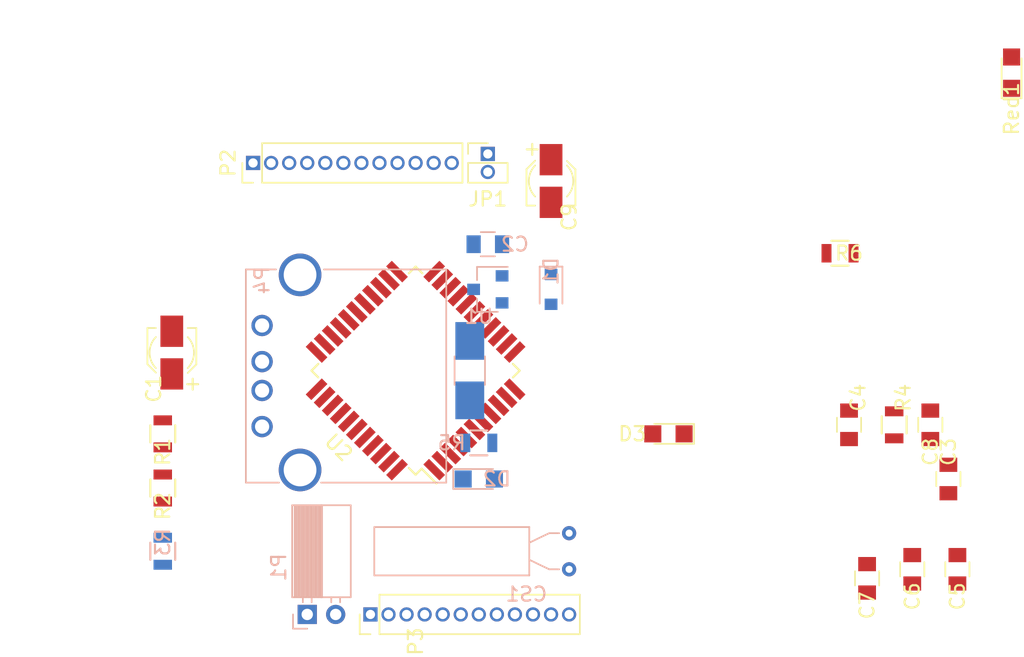
<source format=kicad_pcb>
(kicad_pcb (version 4) (host pcbnew 4.0.5)

  (general
    (links 78)
    (no_connects 78)
    (area 53.04643 32.86 132.125286 80.404333)
    (thickness 1.6)
    (drawings 8)
    (tracks 0)
    (zones 0)
    (modules 28)
    (nets 44)
  )

  (page A4)
  (layers
    (0 F.Cu signal)
    (31 B.Cu signal)
    (32 B.Adhes user)
    (33 F.Adhes user)
    (34 B.Paste user)
    (35 F.Paste user)
    (36 B.SilkS user)
    (37 F.SilkS user)
    (38 B.Mask user)
    (39 F.Mask user)
    (40 Dwgs.User user)
    (41 Cmts.User user)
    (42 Eco1.User user hide)
    (43 Eco2.User user)
    (44 Edge.Cuts user)
    (45 Margin user)
    (46 B.CrtYd user)
    (47 F.CrtYd user)
    (48 B.Fab user)
    (49 F.Fab user)
  )

  (setup
    (last_trace_width 0.006)
    (trace_clearance 0.006)
    (zone_clearance 0.508)
    (zone_45_only no)
    (trace_min 0.006)
    (segment_width 0.2)
    (edge_width 0.15)
    (via_size 0.0027)
    (via_drill 0.0013)
    (via_min_size 0.0027)
    (via_min_drill 0.0013)
    (uvia_size 0.003)
    (uvia_drill 0.002)
    (uvias_allowed no)
    (uvia_min_size 0.003)
    (uvia_min_drill 0.002)
    (pcb_text_width 0.3)
    (pcb_text_size 1.5 1.5)
    (mod_edge_width 0.15)
    (mod_text_size 1 1)
    (mod_text_width 0.15)
    (pad_size 1.524 1.524)
    (pad_drill 0.762)
    (pad_to_mask_clearance 0.2)
    (aux_axis_origin 0 0)
    (visible_elements FFFFEF7F)
    (pcbplotparams
      (layerselection 0x00030_80000001)
      (usegerberextensions false)
      (excludeedgelayer true)
      (linewidth 0.100000)
      (plotframeref false)
      (viasonmask false)
      (mode 1)
      (useauxorigin false)
      (hpglpennumber 1)
      (hpglpenspeed 20)
      (hpglpendiameter 15)
      (hpglpenoverlay 2)
      (psnegative false)
      (psa4output false)
      (plotreference true)
      (plotvalue true)
      (plotinvisibletext false)
      (padsonsilk false)
      (subtractmaskfromsilk false)
      (outputformat 1)
      (mirror false)
      (drillshape 1)
      (scaleselection 1)
      (outputdirectory ""))
  )

  (net 0 "")
  (net 1 GND)
  (net 2 /RAW)
  (net 3 VCC)
  (net 4 "Net-(C5-Pad1)")
  (net 5 "Net-(C6-Pad1)")
  (net 6 "Net-(C7-Pad1)")
  (net 7 "Net-(C8-Pad1)")
  (net 8 "Net-(D1-Pad2)")
  (net 9 "Net-(D2-Pad1)")
  (net 10 "Net-(D3-Pad1)")
  (net 11 /D9)
  (net 12 /D8)
  (net 13 /D7)
  (net 14 /D6)
  (net 15 /D5)
  (net 16 /D4)
  (net 17 /D3)
  (net 18 /D2)
  (net 19 /RXI)
  (net 20 /TX0)
  (net 21 "Net-(P3-Pad3)")
  (net 22 /A3)
  (net 23 /A2)
  (net 24 /A1)
  (net 25 /A0)
  (net 26 /SCK)
  (net 27 /MISO)
  (net 28 /MOSI)
  (net 29 /D10)
  (net 30 "Net-(P4-Pad3)")
  (net 31 "Net-(P4-Pad2)")
  (net 32 "Net-(R1-Pad2)")
  (net 33 /D+)
  (net 34 /D-)
  (net 35 "Net-(R4-Pad2)")
  (net 36 /D14)
  (net 37 "Net-(R6-Pad1)")
  (net 38 "Net-(U2-Pad12)")
  (net 39 "Net-(U2-Pad26)")
  (net 40 "Net-(U2-Pad32)")
  (net 41 "Net-(U2-Pad40)")
  (net 42 "Net-(U2-Pad41)")
  (net 43 /UVCC)

  (net_class Default "Esta é a classe de net default."
    (clearance 0.006)
    (trace_width 0.006)
    (via_dia 0.0027)
    (via_drill 0.0013)
    (uvia_dia 0.003)
    (uvia_drill 0.002)
    (add_net /A0)
    (add_net /A1)
    (add_net /A2)
    (add_net /A3)
    (add_net /D+)
    (add_net /D-)
    (add_net /D10)
    (add_net /D14)
    (add_net /D2)
    (add_net /D3)
    (add_net /D4)
    (add_net /D5)
    (add_net /D6)
    (add_net /D7)
    (add_net /D8)
    (add_net /D9)
    (add_net /MISO)
    (add_net /MOSI)
    (add_net /RAW)
    (add_net /RXI)
    (add_net /SCK)
    (add_net /TX0)
    (add_net /UVCC)
    (add_net "Net-(C5-Pad1)")
    (add_net "Net-(C6-Pad1)")
    (add_net "Net-(C7-Pad1)")
    (add_net "Net-(C8-Pad1)")
    (add_net "Net-(D1-Pad2)")
    (add_net "Net-(D2-Pad1)")
    (add_net "Net-(D3-Pad1)")
    (add_net "Net-(P3-Pad3)")
    (add_net "Net-(P4-Pad2)")
    (add_net "Net-(P4-Pad3)")
    (add_net "Net-(R1-Pad2)")
    (add_net "Net-(R4-Pad2)")
    (add_net "Net-(R6-Pad1)")
    (add_net "Net-(U2-Pad12)")
    (add_net "Net-(U2-Pad26)")
    (add_net "Net-(U2-Pad32)")
    (add_net "Net-(U2-Pad40)")
    (add_net "Net-(U2-Pad41)")
  )

  (net_class Power ""
    (clearance 0.006)
    (trace_width 0.01)
    (via_dia 0.034)
    (via_drill 0.02)
    (uvia_dia 0.03)
    (uvia_drill 0.02)
    (add_net GND)
    (add_net VCC)
  )

  (module Capacitors_SMD:CP_Elec_3x5.3 (layer F.Cu) (tedit 58A65AD9) (tstamp 58A64A24)
    (at 64.77 57.15 90)
    (descr "SMT capacitor, aluminium electrolytic, 3x5.3")
    (path /58A650FB)
    (attr smd)
    (fp_text reference C1 (at -2.54 -1.27 90) (layer F.SilkS)
      (effects (font (size 1 1) (thickness 0.15)))
    )
    (fp_text value 10uF (at -0.635 -1.27 90) (layer F.Fab) hide
      (effects (font (size 1 1) (thickness 0.15)))
    )
    (fp_line (start -1.5621 -0.7493) (end -1.5621 0.7747) (layer F.Fab) (width 0.1))
    (fp_line (start -0.7493 -1.5621) (end -1.5621 -0.7493) (layer F.Fab) (width 0.1))
    (fp_line (start -0.762 1.5748) (end -1.5621 0.7747) (layer F.Fab) (width 0.1))
    (fp_line (start 1.5748 1.5748) (end 1.5748 -1.5621) (layer F.Fab) (width 0.1))
    (fp_line (start 1.5621 1.5748) (end -0.762 1.5748) (layer F.Fab) (width 0.1))
    (fp_line (start 1.5748 -1.5621) (end -0.7493 -1.5621) (layer F.Fab) (width 0.1))
    (fp_line (start -0.8255 1.7272) (end -1.4351 1.1176) (layer F.SilkS) (width 0.12))
    (fp_line (start 1.7272 1.7272) (end 1.7272 1.1176) (layer F.SilkS) (width 0.12))
    (fp_line (start -0.8128 -1.7145) (end -1.4097 -1.1176) (layer F.SilkS) (width 0.12))
    (fp_line (start 1.7272 -1.7145) (end 1.7272 -1.1176) (layer F.SilkS) (width 0.12))
    (fp_text user + (at -0.9398 -0.0762 90) (layer F.Fab)
      (effects (font (size 1 1) (thickness 0.15)))
    )
    (fp_text user + (at -2.2225 1.397 90) (layer F.SilkS)
      (effects (font (size 1 1) (thickness 0.15)))
    )
    (fp_arc (start 0 0) (end -1.0922 -1.1176) (angle 88.7) (layer F.SilkS) (width 0.12))
    (fp_arc (start 0 0) (end 1.0922 1.1176) (angle 88.7) (layer F.SilkS) (width 0.12))
    (fp_line (start -2.8 2.05) (end 2.8 2.05) (layer F.CrtYd) (width 0.05))
    (fp_line (start 2.8 2.05) (end 2.8 -2.05) (layer F.CrtYd) (width 0.05))
    (fp_line (start 2.8 -2.05) (end -2.8 -2.05) (layer F.CrtYd) (width 0.05))
    (fp_line (start -2.8 -2.05) (end -2.8 2.05) (layer F.CrtYd) (width 0.05))
    (fp_line (start -0.8255 1.7272) (end 1.7145 1.7272) (layer F.SilkS) (width 0.12))
    (fp_line (start 1.7272 -1.7145) (end -0.8128 -1.7145) (layer F.SilkS) (width 0.12))
    (pad 2 smd rect (at 1.5 0 90) (size 2.2 1.6) (layers F.Cu F.Paste F.Mask)
      (net 1 GND))
    (pad 1 smd rect (at -1.5 0 90) (size 2.2 1.6) (layers F.Cu F.Paste F.Mask)
      (net 2 /RAW))
    (model Capacitors_SMD.3dshapes/CP_Elec_3x5.3.wrl
      (at (xyz 0 0 0))
      (scale (xyz 1 1 1))
      (rotate (xyz 0 0 180))
    )
  )

  (module Capacitors_SMD:C_0805 (layer B.Cu) (tedit 58A65A9C) (tstamp 58A64A2A)
    (at 86.995 49.53)
    (descr "Capacitor SMD 0805, reflow soldering, AVX (see smccp.pdf)")
    (tags "capacitor 0805")
    (path /58A35373)
    (attr smd)
    (fp_text reference C2 (at 1.905 0) (layer B.SilkS)
      (effects (font (size 1 1) (thickness 0.15)) (justify mirror))
    )
    (fp_text value 1uF (at 0 -2.1) (layer B.Fab) hide
      (effects (font (size 1 1) (thickness 0.15)) (justify mirror))
    )
    (fp_line (start -1 -0.625) (end -1 0.625) (layer B.Fab) (width 0.1))
    (fp_line (start 1 -0.625) (end -1 -0.625) (layer B.Fab) (width 0.1))
    (fp_line (start 1 0.625) (end 1 -0.625) (layer B.Fab) (width 0.1))
    (fp_line (start -1 0.625) (end 1 0.625) (layer B.Fab) (width 0.1))
    (fp_line (start -1.8 1) (end 1.8 1) (layer B.CrtYd) (width 0.05))
    (fp_line (start -1.8 -1) (end 1.8 -1) (layer B.CrtYd) (width 0.05))
    (fp_line (start -1.8 1) (end -1.8 -1) (layer B.CrtYd) (width 0.05))
    (fp_line (start 1.8 1) (end 1.8 -1) (layer B.CrtYd) (width 0.05))
    (fp_line (start 0.5 0.85) (end -0.5 0.85) (layer B.SilkS) (width 0.12))
    (fp_line (start -0.5 -0.85) (end 0.5 -0.85) (layer B.SilkS) (width 0.12))
    (pad 1 smd rect (at -1 0) (size 1 1.25) (layers B.Cu B.Paste B.Mask)
      (net 3 VCC))
    (pad 2 smd rect (at 1 0) (size 1 1.25) (layers B.Cu B.Paste B.Mask)
      (net 1 GND))
    (model Capacitors_SMD.3dshapes/C_0805.wrl
      (at (xyz 0 0 0))
      (scale (xyz 1 1 1))
      (rotate (xyz 0 0 0))
    )
  )

  (module Capacitors_SMD:C_0805 (layer F.Cu) (tedit 58A65AA8) (tstamp 58A64A30)
    (at 119.38 66.04 90)
    (descr "Capacitor SMD 0805, reflow soldering, AVX (see smccp.pdf)")
    (tags "capacitor 0805")
    (path /58A3539E)
    (attr smd)
    (fp_text reference C3 (at 1.905 0 90) (layer F.SilkS)
      (effects (font (size 1 1) (thickness 0.15)))
    )
    (fp_text value 0,1uF (at 0 2.1 90) (layer F.Fab) hide
      (effects (font (size 1 1) (thickness 0.15)))
    )
    (fp_line (start -1 0.625) (end -1 -0.625) (layer F.Fab) (width 0.1))
    (fp_line (start 1 0.625) (end -1 0.625) (layer F.Fab) (width 0.1))
    (fp_line (start 1 -0.625) (end 1 0.625) (layer F.Fab) (width 0.1))
    (fp_line (start -1 -0.625) (end 1 -0.625) (layer F.Fab) (width 0.1))
    (fp_line (start -1.8 -1) (end 1.8 -1) (layer F.CrtYd) (width 0.05))
    (fp_line (start -1.8 1) (end 1.8 1) (layer F.CrtYd) (width 0.05))
    (fp_line (start -1.8 -1) (end -1.8 1) (layer F.CrtYd) (width 0.05))
    (fp_line (start 1.8 -1) (end 1.8 1) (layer F.CrtYd) (width 0.05))
    (fp_line (start 0.5 -0.85) (end -0.5 -0.85) (layer F.SilkS) (width 0.12))
    (fp_line (start -0.5 0.85) (end 0.5 0.85) (layer F.SilkS) (width 0.12))
    (pad 1 smd rect (at -1 0 90) (size 1 1.25) (layers F.Cu F.Paste F.Mask)
      (net 3 VCC))
    (pad 2 smd rect (at 1 0 90) (size 1 1.25) (layers F.Cu F.Paste F.Mask)
      (net 1 GND))
    (model Capacitors_SMD.3dshapes/C_0805.wrl
      (at (xyz 0 0 0))
      (scale (xyz 1 1 1))
      (rotate (xyz 0 0 0))
    )
  )

  (module Capacitors_SMD:C_0805 (layer F.Cu) (tedit 58A65DA7) (tstamp 58A64A36)
    (at 112.395 62.23 90)
    (descr "Capacitor SMD 0805, reflow soldering, AVX (see smccp.pdf)")
    (tags "capacitor 0805")
    (path /58A3826B)
    (attr smd)
    (fp_text reference C4 (at 1.905 0.635 90) (layer F.SilkS)
      (effects (font (size 1 1) (thickness 0.15)))
    )
    (fp_text value 1uF (at 0 2.1 90) (layer F.Fab) hide
      (effects (font (size 1 1) (thickness 0.15)))
    )
    (fp_line (start -1 0.625) (end -1 -0.625) (layer F.Fab) (width 0.1))
    (fp_line (start 1 0.625) (end -1 0.625) (layer F.Fab) (width 0.1))
    (fp_line (start 1 -0.625) (end 1 0.625) (layer F.Fab) (width 0.1))
    (fp_line (start -1 -0.625) (end 1 -0.625) (layer F.Fab) (width 0.1))
    (fp_line (start -1.8 -1) (end 1.8 -1) (layer F.CrtYd) (width 0.05))
    (fp_line (start -1.8 1) (end 1.8 1) (layer F.CrtYd) (width 0.05))
    (fp_line (start -1.8 -1) (end -1.8 1) (layer F.CrtYd) (width 0.05))
    (fp_line (start 1.8 -1) (end 1.8 1) (layer F.CrtYd) (width 0.05))
    (fp_line (start 0.5 -0.85) (end -0.5 -0.85) (layer F.SilkS) (width 0.12))
    (fp_line (start -0.5 0.85) (end 0.5 0.85) (layer F.SilkS) (width 0.12))
    (pad 1 smd rect (at -1 0 90) (size 1 1.25) (layers F.Cu F.Paste F.Mask)
      (net 43 /UVCC))
    (pad 2 smd rect (at 1 0 90) (size 1 1.25) (layers F.Cu F.Paste F.Mask)
      (net 1 GND))
    (model Capacitors_SMD.3dshapes/C_0805.wrl
      (at (xyz 0 0 0))
      (scale (xyz 1 1 1))
      (rotate (xyz 0 0 0))
    )
  )

  (module Capacitors_SMD:C_0805 (layer F.Cu) (tedit 58A65A79) (tstamp 58A64A3C)
    (at 120.015 72.39 90)
    (descr "Capacitor SMD 0805, reflow soldering, AVX (see smccp.pdf)")
    (tags "capacitor 0805")
    (path /58A382EE)
    (attr smd)
    (fp_text reference C5 (at -1.905 0 90) (layer F.SilkS)
      (effects (font (size 1 1) (thickness 0.15)))
    )
    (fp_text value 1uF (at 0 2.1 90) (layer F.Fab) hide
      (effects (font (size 1 1) (thickness 0.15)))
    )
    (fp_line (start -1 0.625) (end -1 -0.625) (layer F.Fab) (width 0.1))
    (fp_line (start 1 0.625) (end -1 0.625) (layer F.Fab) (width 0.1))
    (fp_line (start 1 -0.625) (end 1 0.625) (layer F.Fab) (width 0.1))
    (fp_line (start -1 -0.625) (end 1 -0.625) (layer F.Fab) (width 0.1))
    (fp_line (start -1.8 -1) (end 1.8 -1) (layer F.CrtYd) (width 0.05))
    (fp_line (start -1.8 1) (end 1.8 1) (layer F.CrtYd) (width 0.05))
    (fp_line (start -1.8 -1) (end -1.8 1) (layer F.CrtYd) (width 0.05))
    (fp_line (start 1.8 -1) (end 1.8 1) (layer F.CrtYd) (width 0.05))
    (fp_line (start 0.5 -0.85) (end -0.5 -0.85) (layer F.SilkS) (width 0.12))
    (fp_line (start -0.5 0.85) (end 0.5 0.85) (layer F.SilkS) (width 0.12))
    (pad 1 smd rect (at -1 0 90) (size 1 1.25) (layers F.Cu F.Paste F.Mask)
      (net 4 "Net-(C5-Pad1)"))
    (pad 2 smd rect (at 1 0 90) (size 1 1.25) (layers F.Cu F.Paste F.Mask)
      (net 1 GND))
    (model Capacitors_SMD.3dshapes/C_0805.wrl
      (at (xyz 0 0 0))
      (scale (xyz 1 1 1))
      (rotate (xyz 0 0 0))
    )
  )

  (module Capacitors_SMD:C_0805 (layer F.Cu) (tedit 58A65A7D) (tstamp 58A64A42)
    (at 116.84 72.39 90)
    (descr "Capacitor SMD 0805, reflow soldering, AVX (see smccp.pdf)")
    (tags "capacitor 0805")
    (path /58A3820C)
    (attr smd)
    (fp_text reference C6 (at -1.905 0 90) (layer F.SilkS)
      (effects (font (size 1 1) (thickness 0.15)))
    )
    (fp_text value 0,1uF (at 0 2.1 90) (layer F.Fab) hide
      (effects (font (size 1 1) (thickness 0.15)))
    )
    (fp_line (start -1 0.625) (end -1 -0.625) (layer F.Fab) (width 0.1))
    (fp_line (start 1 0.625) (end -1 0.625) (layer F.Fab) (width 0.1))
    (fp_line (start 1 -0.625) (end 1 0.625) (layer F.Fab) (width 0.1))
    (fp_line (start -1 -0.625) (end 1 -0.625) (layer F.Fab) (width 0.1))
    (fp_line (start -1.8 -1) (end 1.8 -1) (layer F.CrtYd) (width 0.05))
    (fp_line (start -1.8 1) (end 1.8 1) (layer F.CrtYd) (width 0.05))
    (fp_line (start -1.8 -1) (end -1.8 1) (layer F.CrtYd) (width 0.05))
    (fp_line (start 1.8 -1) (end 1.8 1) (layer F.CrtYd) (width 0.05))
    (fp_line (start 0.5 -0.85) (end -0.5 -0.85) (layer F.SilkS) (width 0.12))
    (fp_line (start -0.5 0.85) (end 0.5 0.85) (layer F.SilkS) (width 0.12))
    (pad 1 smd rect (at -1 0 90) (size 1 1.25) (layers F.Cu F.Paste F.Mask)
      (net 5 "Net-(C6-Pad1)"))
    (pad 2 smd rect (at 1 0 90) (size 1 1.25) (layers F.Cu F.Paste F.Mask)
      (net 1 GND))
    (model Capacitors_SMD.3dshapes/C_0805.wrl
      (at (xyz 0 0 0))
      (scale (xyz 1 1 1))
      (rotate (xyz 0 0 0))
    )
  )

  (module Capacitors_SMD:C_0805 (layer F.Cu) (tedit 58A65A81) (tstamp 58A64A48)
    (at 113.665 73.025 90)
    (descr "Capacitor SMD 0805, reflow soldering, AVX (see smccp.pdf)")
    (tags "capacitor 0805")
    (path /58A38342)
    (attr smd)
    (fp_text reference C7 (at -1.905 0 90) (layer F.SilkS)
      (effects (font (size 1 1) (thickness 0.15)))
    )
    (fp_text value 22pF (at 0 2.1 90) (layer F.Fab) hide
      (effects (font (size 1 1) (thickness 0.15)))
    )
    (fp_line (start -1 0.625) (end -1 -0.625) (layer F.Fab) (width 0.1))
    (fp_line (start 1 0.625) (end -1 0.625) (layer F.Fab) (width 0.1))
    (fp_line (start 1 -0.625) (end 1 0.625) (layer F.Fab) (width 0.1))
    (fp_line (start -1 -0.625) (end 1 -0.625) (layer F.Fab) (width 0.1))
    (fp_line (start -1.8 -1) (end 1.8 -1) (layer F.CrtYd) (width 0.05))
    (fp_line (start -1.8 1) (end 1.8 1) (layer F.CrtYd) (width 0.05))
    (fp_line (start -1.8 -1) (end -1.8 1) (layer F.CrtYd) (width 0.05))
    (fp_line (start 1.8 -1) (end 1.8 1) (layer F.CrtYd) (width 0.05))
    (fp_line (start 0.5 -0.85) (end -0.5 -0.85) (layer F.SilkS) (width 0.12))
    (fp_line (start -0.5 0.85) (end 0.5 0.85) (layer F.SilkS) (width 0.12))
    (pad 1 smd rect (at -1 0 90) (size 1 1.25) (layers F.Cu F.Paste F.Mask)
      (net 6 "Net-(C7-Pad1)"))
    (pad 2 smd rect (at 1 0 90) (size 1 1.25) (layers F.Cu F.Paste F.Mask)
      (net 1 GND))
    (model Capacitors_SMD.3dshapes/C_0805.wrl
      (at (xyz 0 0 0))
      (scale (xyz 1 1 1))
      (rotate (xyz 0 0 0))
    )
  )

  (module Capacitors_SMD:C_0805 (layer F.Cu) (tedit 58A65A85) (tstamp 58A64A4E)
    (at 118.11 62.23 90)
    (descr "Capacitor SMD 0805, reflow soldering, AVX (see smccp.pdf)")
    (tags "capacitor 0805")
    (path /58A38388)
    (attr smd)
    (fp_text reference C8 (at -1.905 0 90) (layer F.SilkS)
      (effects (font (size 1 1) (thickness 0.15)))
    )
    (fp_text value 22pF (at 0 2.1 90) (layer F.Fab) hide
      (effects (font (size 1 1) (thickness 0.15)))
    )
    (fp_line (start -1 0.625) (end -1 -0.625) (layer F.Fab) (width 0.1))
    (fp_line (start 1 0.625) (end -1 0.625) (layer F.Fab) (width 0.1))
    (fp_line (start 1 -0.625) (end 1 0.625) (layer F.Fab) (width 0.1))
    (fp_line (start -1 -0.625) (end 1 -0.625) (layer F.Fab) (width 0.1))
    (fp_line (start -1.8 -1) (end 1.8 -1) (layer F.CrtYd) (width 0.05))
    (fp_line (start -1.8 1) (end 1.8 1) (layer F.CrtYd) (width 0.05))
    (fp_line (start -1.8 -1) (end -1.8 1) (layer F.CrtYd) (width 0.05))
    (fp_line (start 1.8 -1) (end 1.8 1) (layer F.CrtYd) (width 0.05))
    (fp_line (start 0.5 -0.85) (end -0.5 -0.85) (layer F.SilkS) (width 0.12))
    (fp_line (start -0.5 0.85) (end 0.5 0.85) (layer F.SilkS) (width 0.12))
    (pad 1 smd rect (at -1 0 90) (size 1 1.25) (layers F.Cu F.Paste F.Mask)
      (net 7 "Net-(C8-Pad1)"))
    (pad 2 smd rect (at 1 0 90) (size 1 1.25) (layers F.Cu F.Paste F.Mask)
      (net 1 GND))
    (model Capacitors_SMD.3dshapes/C_0805.wrl
      (at (xyz 0 0 0))
      (scale (xyz 1 1 1))
      (rotate (xyz 0 0 0))
    )
  )

  (module Capacitors_SMD:CP_Elec_3x5.3 (layer F.Cu) (tedit 58A67075) (tstamp 58A64A54)
    (at 91.44 45.085 270)
    (descr "SMT capacitor, aluminium electrolytic, 3x5.3")
    (path /58A6554E)
    (attr smd)
    (fp_text reference C9 (at 2.54 -1.27 270) (layer F.SilkS)
      (effects (font (size 1 1) (thickness 0.15)))
    )
    (fp_text value 10uF (at -0.0254 -2.8956 270) (layer F.Fab) hide
      (effects (font (size 1 1) (thickness 0.15)))
    )
    (fp_line (start -1.5621 -0.7493) (end -1.5621 0.7747) (layer F.Fab) (width 0.1))
    (fp_line (start -0.7493 -1.5621) (end -1.5621 -0.7493) (layer F.Fab) (width 0.1))
    (fp_line (start -0.762 1.5748) (end -1.5621 0.7747) (layer F.Fab) (width 0.1))
    (fp_line (start 1.5748 1.5748) (end 1.5748 -1.5621) (layer F.Fab) (width 0.1))
    (fp_line (start 1.5621 1.5748) (end -0.762 1.5748) (layer F.Fab) (width 0.1))
    (fp_line (start 1.5748 -1.5621) (end -0.7493 -1.5621) (layer F.Fab) (width 0.1))
    (fp_line (start -0.8255 1.7272) (end -1.4351 1.1176) (layer F.SilkS) (width 0.12))
    (fp_line (start 1.7272 1.7272) (end 1.7272 1.1176) (layer F.SilkS) (width 0.12))
    (fp_line (start -0.8128 -1.7145) (end -1.4097 -1.1176) (layer F.SilkS) (width 0.12))
    (fp_line (start 1.7272 -1.7145) (end 1.7272 -1.1176) (layer F.SilkS) (width 0.12))
    (fp_text user + (at -0.9398 -0.0762 270) (layer F.Fab)
      (effects (font (size 1 1) (thickness 0.15)))
    )
    (fp_text user + (at -2.2225 1.397 270) (layer F.SilkS)
      (effects (font (size 1 1) (thickness 0.15)))
    )
    (fp_arc (start 0 0) (end -1.0922 -1.1176) (angle 88.7) (layer F.SilkS) (width 0.12))
    (fp_arc (start 0 0) (end 1.0922 1.1176) (angle 88.7) (layer F.SilkS) (width 0.12))
    (fp_line (start -2.8 2.05) (end 2.8 2.05) (layer F.CrtYd) (width 0.05))
    (fp_line (start 2.8 2.05) (end 2.8 -2.05) (layer F.CrtYd) (width 0.05))
    (fp_line (start 2.8 -2.05) (end -2.8 -2.05) (layer F.CrtYd) (width 0.05))
    (fp_line (start -2.8 -2.05) (end -2.8 2.05) (layer F.CrtYd) (width 0.05))
    (fp_line (start -0.8255 1.7272) (end 1.7145 1.7272) (layer F.SilkS) (width 0.12))
    (fp_line (start 1.7272 -1.7145) (end -0.8128 -1.7145) (layer F.SilkS) (width 0.12))
    (pad 2 smd rect (at 1.5 0 270) (size 2.2 1.6) (layers F.Cu F.Paste F.Mask)
      (net 1 GND))
    (pad 1 smd rect (at -1.5 0 270) (size 2.2 1.6) (layers F.Cu F.Paste F.Mask)
      (net 3 VCC))
    (model Capacitors_SMD.3dshapes/CP_Elec_3x5.3.wrl
      (at (xyz 0 0 0))
      (scale (xyz 1 1 1))
      (rotate (xyz 0 0 180))
    )
  )

  (module Crystals:Crystal_AT310_d3.0mm_l10.0mm_Horizontal (layer B.Cu) (tedit 58A65E99) (tstamp 58A64A5A)
    (at 92.71 72.39 90)
    (descr "Crystal THT AT310 10.0mm-10.5mm length 3.0mm diameter")
    (tags ['AT310'])
    (path /58A4D9C0)
    (fp_text reference CS1 (at -1.75 -3 360) (layer B.SilkS)
      (effects (font (size 1 1) (thickness 0.15)) (justify mirror))
    )
    (fp_text value 16MHz (at 4.29 -3 360) (layer B.Fab) hide
      (effects (font (size 1 1) (thickness 0.15)) (justify mirror))
    )
    (fp_line (start -0.23 -3) (end -0.23 -13.5) (layer B.Fab) (width 0.1))
    (fp_line (start -0.23 -13.5) (end 2.77 -13.5) (layer B.Fab) (width 0.1))
    (fp_line (start 2.77 -13.5) (end 2.77 -3) (layer B.Fab) (width 0.1))
    (fp_line (start 2.77 -3) (end -0.23 -3) (layer B.Fab) (width 0.1))
    (fp_line (start 0.67 -3) (end 0 -1.5) (layer B.Fab) (width 0.1))
    (fp_line (start 0 -1.5) (end 0 0) (layer B.Fab) (width 0.1))
    (fp_line (start 1.87 -3) (end 2.54 -1.5) (layer B.Fab) (width 0.1))
    (fp_line (start 2.54 -1.5) (end 2.54 0) (layer B.Fab) (width 0.1))
    (fp_line (start -0.43 -2.8) (end -0.43 -13.7) (layer B.SilkS) (width 0.12))
    (fp_line (start -0.43 -13.7) (end 2.97 -13.7) (layer B.SilkS) (width 0.12))
    (fp_line (start 2.97 -13.7) (end 2.97 -2.8) (layer B.SilkS) (width 0.12))
    (fp_line (start 2.97 -2.8) (end -0.43 -2.8) (layer B.SilkS) (width 0.12))
    (fp_line (start 0.67 -2.8) (end 0 -1.4) (layer B.SilkS) (width 0.12))
    (fp_line (start 0 -1.4) (end 0 -0.7) (layer B.SilkS) (width 0.12))
    (fp_line (start 1.87 -2.8) (end 2.54 -1.4) (layer B.SilkS) (width 0.12))
    (fp_line (start 2.54 -1.4) (end 2.54 -0.7) (layer B.SilkS) (width 0.12))
    (fp_line (start -1 0.8) (end -1 -14.3) (layer B.CrtYd) (width 0.05))
    (fp_line (start -1 -14.3) (end 3.6 -14.3) (layer B.CrtYd) (width 0.05))
    (fp_line (start 3.6 -14.3) (end 3.6 0.8) (layer B.CrtYd) (width 0.05))
    (fp_line (start 3.6 0.8) (end -1 0.8) (layer B.CrtYd) (width 0.05))
    (pad 1 thru_hole circle (at 0 0 90) (size 1 1) (drill 0.5) (layers *.Cu *.Mask)
      (net 6 "Net-(C7-Pad1)"))
    (pad 2 thru_hole circle (at 2.54 0 90) (size 1 1) (drill 0.5) (layers *.Cu *.Mask)
      (net 7 "Net-(C8-Pad1)"))
    (model Crystals.3dshapes/Crystal_AT310_d3.0mm_l10.0mm_Horizontal.wrl
      (at (xyz 0.05 0 0))
      (scale (xyz 1 1 1))
      (rotate (xyz 0 0 0))
    )
  )

  (module Diodes_SMD:D_0805 (layer B.Cu) (tedit 58A65C19) (tstamp 58A64A60)
    (at 91.44 52.705 270)
    (descr "Diode SMD in 0805 package")
    (tags "smd diode")
    (path /58A357BA)
    (attr smd)
    (fp_text reference D1 (at -1.27 0 270) (layer B.SilkS)
      (effects (font (size 1 1) (thickness 0.15)) (justify mirror))
    )
    (fp_text value D (at 0 1.6 270) (layer B.Fab) hide
      (effects (font (size 1 1) (thickness 0.15)) (justify mirror))
    )
    (fp_line (start -1.6 0.8) (end -1.6 -0.8) (layer B.SilkS) (width 0.12))
    (fp_line (start -1.7 -0.88) (end -1.7 0.88) (layer B.CrtYd) (width 0.05))
    (fp_line (start 1.7 -0.88) (end -1.7 -0.88) (layer B.CrtYd) (width 0.05))
    (fp_line (start 1.7 0.88) (end 1.7 -0.88) (layer B.CrtYd) (width 0.05))
    (fp_line (start -1.7 0.88) (end 1.7 0.88) (layer B.CrtYd) (width 0.05))
    (fp_line (start 0.2 0) (end 0.4 0) (layer B.Fab) (width 0.1))
    (fp_line (start -0.1 0) (end -0.3 0) (layer B.Fab) (width 0.1))
    (fp_line (start -0.1 0.2) (end -0.1 -0.2) (layer B.Fab) (width 0.1))
    (fp_line (start 0.2 -0.2) (end 0.2 0.2) (layer B.Fab) (width 0.1))
    (fp_line (start -0.1 0) (end 0.2 -0.2) (layer B.Fab) (width 0.1))
    (fp_line (start 0.2 0.2) (end -0.1 0) (layer B.Fab) (width 0.1))
    (fp_line (start -1 -0.625) (end -1 0.625) (layer B.Fab) (width 0.1))
    (fp_line (start 1 -0.625) (end -1 -0.625) (layer B.Fab) (width 0.1))
    (fp_line (start 1 0.625) (end 1 -0.625) (layer B.Fab) (width 0.1))
    (fp_line (start -1 0.625) (end 1 0.625) (layer B.Fab) (width 0.1))
    (fp_line (start -1.6 -0.8) (end 1 -0.8) (layer B.SilkS) (width 0.12))
    (fp_line (start -1.6 0.8) (end 1 0.8) (layer B.SilkS) (width 0.12))
    (pad 1 smd rect (at -1.05 0 270) (size 0.8 0.9) (layers B.Cu B.Paste B.Mask)
      (net 2 /RAW))
    (pad 2 smd rect (at 1.05 0 270) (size 0.8 0.9) (layers B.Cu B.Paste B.Mask)
      (net 8 "Net-(D1-Pad2)"))
  )

  (module LEDs:LED_0805 (layer B.Cu) (tedit 58A65C0F) (tstamp 58A64A66)
    (at 86.36 66.04)
    (descr "LED 0805 smd package")
    (tags "LED led 0805 SMD smd SMT smt smdled SMDLED smtled SMTLED")
    (path /58A393A0)
    (attr smd)
    (fp_text reference D2 (at 1.27 0) (layer B.SilkS)
      (effects (font (size 1 1) (thickness 0.15)) (justify mirror))
    )
    (fp_text value Yellow (at 0 -1.55) (layer B.Fab) hide
      (effects (font (size 1 1) (thickness 0.15)) (justify mirror))
    )
    (fp_line (start -1.8 0.7) (end -1.8 -0.7) (layer B.SilkS) (width 0.12))
    (fp_line (start -0.4 0.4) (end -0.4 -0.4) (layer B.Fab) (width 0.1))
    (fp_line (start -0.4 0) (end 0.2 0.4) (layer B.Fab) (width 0.1))
    (fp_line (start 0.2 -0.4) (end -0.4 0) (layer B.Fab) (width 0.1))
    (fp_line (start 0.2 0.4) (end 0.2 -0.4) (layer B.Fab) (width 0.1))
    (fp_line (start 1 -0.6) (end -1 -0.6) (layer B.Fab) (width 0.1))
    (fp_line (start 1 0.6) (end 1 -0.6) (layer B.Fab) (width 0.1))
    (fp_line (start -1 0.6) (end 1 0.6) (layer B.Fab) (width 0.1))
    (fp_line (start -1 -0.6) (end -1 0.6) (layer B.Fab) (width 0.1))
    (fp_line (start -1.8 -0.7) (end 1 -0.7) (layer B.SilkS) (width 0.12))
    (fp_line (start -1.8 0.7) (end 1 0.7) (layer B.SilkS) (width 0.12))
    (fp_line (start 1.95 0.85) (end 1.95 -0.85) (layer B.CrtYd) (width 0.05))
    (fp_line (start 1.95 -0.85) (end -1.95 -0.85) (layer B.CrtYd) (width 0.05))
    (fp_line (start -1.95 -0.85) (end -1.95 0.85) (layer B.CrtYd) (width 0.05))
    (fp_line (start -1.95 0.85) (end 1.95 0.85) (layer B.CrtYd) (width 0.05))
    (pad 2 smd rect (at 1.1 0 180) (size 1.2 1.2) (layers B.Cu B.Paste B.Mask)
      (net 3 VCC))
    (pad 1 smd rect (at -1.1 0 180) (size 1.2 1.2) (layers B.Cu B.Paste B.Mask)
      (net 9 "Net-(D2-Pad1)"))
    (model LEDs.3dshapes/LED_0805.wrl
      (at (xyz 0 0 0))
      (scale (xyz 1 1 1))
      (rotate (xyz 0 0 180))
    )
  )

  (module LEDs:LED_0805 (layer F.Cu) (tedit 58A658C6) (tstamp 58A64A6C)
    (at 99.695 62.865 180)
    (descr "LED 0805 smd package")
    (tags "LED led 0805 SMD smd SMT smt smdled SMDLED smtled SMTLED")
    (path /58A39304)
    (attr smd)
    (fp_text reference D3 (at 2.54 0 180) (layer F.SilkS)
      (effects (font (size 1 1) (thickness 0.15)))
    )
    (fp_text value Green (at 0 1.55 180) (layer F.Fab) hide
      (effects (font (size 1 1) (thickness 0.15)))
    )
    (fp_line (start -1.8 -0.7) (end -1.8 0.7) (layer F.SilkS) (width 0.12))
    (fp_line (start -0.4 -0.4) (end -0.4 0.4) (layer F.Fab) (width 0.1))
    (fp_line (start -0.4 0) (end 0.2 -0.4) (layer F.Fab) (width 0.1))
    (fp_line (start 0.2 0.4) (end -0.4 0) (layer F.Fab) (width 0.1))
    (fp_line (start 0.2 -0.4) (end 0.2 0.4) (layer F.Fab) (width 0.1))
    (fp_line (start 1 0.6) (end -1 0.6) (layer F.Fab) (width 0.1))
    (fp_line (start 1 -0.6) (end 1 0.6) (layer F.Fab) (width 0.1))
    (fp_line (start -1 -0.6) (end 1 -0.6) (layer F.Fab) (width 0.1))
    (fp_line (start -1 0.6) (end -1 -0.6) (layer F.Fab) (width 0.1))
    (fp_line (start -1.8 0.7) (end 1 0.7) (layer F.SilkS) (width 0.12))
    (fp_line (start -1.8 -0.7) (end 1 -0.7) (layer F.SilkS) (width 0.12))
    (fp_line (start 1.95 -0.85) (end 1.95 0.85) (layer F.CrtYd) (width 0.05))
    (fp_line (start 1.95 0.85) (end -1.95 0.85) (layer F.CrtYd) (width 0.05))
    (fp_line (start -1.95 0.85) (end -1.95 -0.85) (layer F.CrtYd) (width 0.05))
    (fp_line (start -1.95 -0.85) (end 1.95 -0.85) (layer F.CrtYd) (width 0.05))
    (pad 2 smd rect (at 1.1 0) (size 1.2 1.2) (layers F.Cu F.Paste F.Mask)
      (net 3 VCC))
    (pad 1 smd rect (at -1.1 0) (size 1.2 1.2) (layers F.Cu F.Paste F.Mask)
      (net 10 "Net-(D3-Pad1)"))
    (model LEDs.3dshapes/LED_0805.wrl
      (at (xyz 0 0 0))
      (scale (xyz 1 1 1))
      (rotate (xyz 0 0 180))
    )
  )

  (module Fuse_Holders_and_Fuses:Fuse_SMD1206_HandSoldering (layer B.Cu) (tedit 58A65C67) (tstamp 58A64A72)
    (at 85.725 58.42 90)
    (descr "Fuse, Sicherung, SMD1206, Littlefuse-Wickmann 433 Series, Hand Soldering,")
    (tags "Fuse Sicherung SMD1206 Littlefuse-Wickmann 433 Series Hand Soldering ")
    (path /58A3C250)
    (attr smd)
    (fp_text reference Fuse1 (at -0.05 2.2 90) (layer B.SilkS) hide
      (effects (font (size 1 1) (thickness 0.15)) (justify mirror))
    )
    (fp_text value 500mA (at -0.15 -2.5 90) (layer B.Fab)
      (effects (font (size 1 1) (thickness 0.15)) (justify mirror))
    )
    (fp_line (start -1.6 -0.8) (end -1.6 0.8) (layer B.Fab) (width 0.1))
    (fp_line (start 1.6 -0.8) (end -1.6 -0.8) (layer B.Fab) (width 0.1))
    (fp_line (start 1.6 0.8) (end 1.6 -0.8) (layer B.Fab) (width 0.1))
    (fp_line (start -1.6 0.8) (end 1.6 0.8) (layer B.Fab) (width 0.1))
    (fp_line (start 1 -1.07) (end -1 -1.07) (layer B.SilkS) (width 0.12))
    (fp_line (start -1 1.07) (end 1 1.07) (layer B.SilkS) (width 0.12))
    (fp_line (start -3.35 1.58) (end 3.35 1.58) (layer B.CrtYd) (width 0.05))
    (fp_line (start -3.35 1.58) (end -3.35 -1.58) (layer B.CrtYd) (width 0.05))
    (fp_line (start 3.35 -1.58) (end 3.35 1.58) (layer B.CrtYd) (width 0.05))
    (fp_line (start 3.35 -1.58) (end -3.35 -1.58) (layer B.CrtYd) (width 0.05))
    (pad 1 smd rect (at -2.09 0) (size 2.03 2.65) (layers B.Cu B.Paste B.Mask)
      (net 43 /UVCC))
    (pad 2 smd rect (at 2.09 0) (size 2.03 2.65) (layers B.Cu B.Paste B.Mask)
      (net 8 "Net-(D1-Pad2)"))
  )

  (module Pin_Headers:Pin_Header_Straight_1x02_Pitch1.27mm (layer F.Cu) (tedit 58A65C1D) (tstamp 58A64A78)
    (at 86.995 43.18)
    (descr "Through hole straight pin header, 1x02, 1.27mm pitch, single row")
    (tags "Through hole pin header THT 1x02 1.27mm single row")
    (path /58A35537)
    (fp_text reference JP1 (at 0 3.175) (layer F.SilkS)
      (effects (font (size 1 1) (thickness 0.15)))
    )
    (fp_text value Jumper (at 0 3.025) (layer F.Fab) hide
      (effects (font (size 1 1) (thickness 0.15)))
    )
    (fp_line (start -1.27 -0.635) (end -1.27 1.905) (layer F.Fab) (width 0.1))
    (fp_line (start -1.27 1.905) (end 1.27 1.905) (layer F.Fab) (width 0.1))
    (fp_line (start 1.27 1.905) (end 1.27 -0.635) (layer F.Fab) (width 0.1))
    (fp_line (start 1.27 -0.635) (end -1.27 -0.635) (layer F.Fab) (width 0.1))
    (fp_line (start -1.39 0.635) (end -1.39 2.025) (layer F.SilkS) (width 0.12))
    (fp_line (start -1.39 2.025) (end 1.39 2.025) (layer F.SilkS) (width 0.12))
    (fp_line (start 1.39 2.025) (end 1.39 0.635) (layer F.SilkS) (width 0.12))
    (fp_line (start 1.39 0.635) (end -1.39 0.635) (layer F.SilkS) (width 0.12))
    (fp_line (start -1.39 0) (end -1.39 -0.755) (layer F.SilkS) (width 0.12))
    (fp_line (start -1.39 -0.755) (end 0 -0.755) (layer F.SilkS) (width 0.12))
    (fp_line (start -1.6 -0.9) (end -1.6 2.2) (layer F.CrtYd) (width 0.05))
    (fp_line (start -1.6 2.2) (end 1.6 2.2) (layer F.CrtYd) (width 0.05))
    (fp_line (start 1.6 2.2) (end 1.6 -0.9) (layer F.CrtYd) (width 0.05))
    (fp_line (start 1.6 -0.9) (end -1.6 -0.9) (layer F.CrtYd) (width 0.05))
    (pad 1 thru_hole rect (at 0 0) (size 1 1) (drill 0.65) (layers *.Cu *.Mask)
      (net 8 "Net-(D1-Pad2)"))
    (pad 2 thru_hole oval (at 0 1.27) (size 1 1) (drill 0.65) (layers *.Cu *.Mask)
      (net 3 VCC))
    (model Pin_Headers.3dshapes/Pin_Header_Straight_1x02_Pitch1.27mm.wrl
      (at (xyz 0 0 0))
      (scale (xyz 1 1 1))
      (rotate (xyz 0 0 0))
    )
  )

  (module Socket_Strips:Socket_Strip_Angled_1x02_Pitch2.00mm (layer B.Cu) (tedit 58A65EA5) (tstamp 58A64A7E)
    (at 74.295 75.565 270)
    (descr "Through hole angled socket strip, 1x02, 2.00mm pitch, 6.35mm socket length, single row")
    (tags "Through hole angled socket strip THT 1x02 2.00mm single row")
    (path /58A63E9D)
    (fp_text reference P1 (at -3.31 2 270) (layer B.SilkS)
      (effects (font (size 1 1) (thickness 0.15)) (justify mirror))
    )
    (fp_text value CONN_01X02 (at -3.31 -4 270) (layer B.Fab) hide
      (effects (font (size 1 1) (thickness 0.15)) (justify mirror))
    )
    (fp_line (start -1.27 1) (end -1.27 -1) (layer B.Fab) (width 0.1))
    (fp_line (start -1.27 -1) (end -7.62 -1) (layer B.Fab) (width 0.1))
    (fp_line (start -7.62 -1) (end -7.62 1) (layer B.Fab) (width 0.1))
    (fp_line (start -7.62 1) (end -1.27 1) (layer B.Fab) (width 0.1))
    (fp_line (start 0 0.25) (end 0 -0.25) (layer B.Fab) (width 0.1))
    (fp_line (start 0 -0.25) (end -1.27 -0.25) (layer B.Fab) (width 0.1))
    (fp_line (start -1.27 -0.25) (end -1.27 0.25) (layer B.Fab) (width 0.1))
    (fp_line (start -1.27 0.25) (end 0 0.25) (layer B.Fab) (width 0.1))
    (fp_line (start -1.27 -1) (end -1.27 -3) (layer B.Fab) (width 0.1))
    (fp_line (start -1.27 -3) (end -7.62 -3) (layer B.Fab) (width 0.1))
    (fp_line (start -7.62 -3) (end -7.62 -1) (layer B.Fab) (width 0.1))
    (fp_line (start -7.62 -1) (end -1.27 -1) (layer B.Fab) (width 0.1))
    (fp_line (start 0 -1.75) (end 0 -2.25) (layer B.Fab) (width 0.1))
    (fp_line (start 0 -2.25) (end -1.27 -2.25) (layer B.Fab) (width 0.1))
    (fp_line (start -1.27 -2.25) (end -1.27 -1.75) (layer B.Fab) (width 0.1))
    (fp_line (start -1.27 -1.75) (end 0 -1.75) (layer B.Fab) (width 0.1))
    (fp_line (start -1.21 1.06) (end -1.21 -1) (layer B.SilkS) (width 0.12))
    (fp_line (start -1.21 -1) (end -7.68 -1) (layer B.SilkS) (width 0.12))
    (fp_line (start -7.68 -1) (end -7.68 1.06) (layer B.SilkS) (width 0.12))
    (fp_line (start -7.68 1.06) (end -1.21 1.06) (layer B.SilkS) (width 0.12))
    (fp_line (start -0.855 0.31) (end -1.21 0.31) (layer B.SilkS) (width 0.12))
    (fp_line (start -0.855 -0.31) (end -1.21 -0.31) (layer B.SilkS) (width 0.12))
    (fp_line (start -1.21 0.88) (end -7.68 0.88) (layer B.SilkS) (width 0.12))
    (fp_line (start -1.21 0.76) (end -7.68 0.76) (layer B.SilkS) (width 0.12))
    (fp_line (start -1.21 0.64) (end -7.68 0.64) (layer B.SilkS) (width 0.12))
    (fp_line (start -1.21 0.52) (end -7.68 0.52) (layer B.SilkS) (width 0.12))
    (fp_line (start -1.21 0.4) (end -7.68 0.4) (layer B.SilkS) (width 0.12))
    (fp_line (start -1.21 0.28) (end -7.68 0.28) (layer B.SilkS) (width 0.12))
    (fp_line (start -1.21 0.16) (end -7.68 0.16) (layer B.SilkS) (width 0.12))
    (fp_line (start -1.21 0.04) (end -7.68 0.04) (layer B.SilkS) (width 0.12))
    (fp_line (start -1.21 -0.08) (end -7.68 -0.08) (layer B.SilkS) (width 0.12))
    (fp_line (start -1.21 -0.2) (end -7.68 -0.2) (layer B.SilkS) (width 0.12))
    (fp_line (start -1.21 -0.32) (end -7.68 -0.32) (layer B.SilkS) (width 0.12))
    (fp_line (start -1.21 -0.44) (end -7.68 -0.44) (layer B.SilkS) (width 0.12))
    (fp_line (start -1.21 -0.56) (end -7.68 -0.56) (layer B.SilkS) (width 0.12))
    (fp_line (start -1.21 -0.68) (end -7.68 -0.68) (layer B.SilkS) (width 0.12))
    (fp_line (start -1.21 -0.8) (end -7.68 -0.8) (layer B.SilkS) (width 0.12))
    (fp_line (start -1.21 -0.92) (end -7.68 -0.92) (layer B.SilkS) (width 0.12))
    (fp_line (start -1.21 -1.04) (end -7.68 -1.04) (layer B.SilkS) (width 0.12))
    (fp_line (start -1.21 -1) (end -1.21 -3.06) (layer B.SilkS) (width 0.12))
    (fp_line (start -1.21 -3.06) (end -7.68 -3.06) (layer B.SilkS) (width 0.12))
    (fp_line (start -7.68 -3.06) (end -7.68 -1) (layer B.SilkS) (width 0.12))
    (fp_line (start -7.68 -1) (end -1.21 -1) (layer B.SilkS) (width 0.12))
    (fp_line (start -0.855 -1.69) (end -1.21 -1.69) (layer B.SilkS) (width 0.12))
    (fp_line (start -0.855 -2.31) (end -1.21 -2.31) (layer B.SilkS) (width 0.12))
    (fp_line (start 0 1) (end 1 1) (layer B.SilkS) (width 0.12))
    (fp_line (start 1 1) (end 1 0) (layer B.SilkS) (width 0.12))
    (fp_line (start 1.25 1.25) (end 1.25 -3.25) (layer B.CrtYd) (width 0.05))
    (fp_line (start 1.25 -3.25) (end -7.9 -3.25) (layer B.CrtYd) (width 0.05))
    (fp_line (start -7.9 -3.25) (end -7.9 1.25) (layer B.CrtYd) (width 0.05))
    (fp_line (start -7.9 1.25) (end 1.25 1.25) (layer B.CrtYd) (width 0.05))
    (pad 1 thru_hole rect (at 0 0 270) (size 1.35 1.35) (drill 0.8) (layers *.Cu *.Mask)
      (net 3 VCC))
    (pad 2 thru_hole oval (at 0 -2 270) (size 1.35 1.35) (drill 0.8) (layers *.Cu *.Mask)
      (net 1 GND))
    (model Socket_Strips.3dshapes/Socket_Strip_Angled_1x02_Pitch2.00mm.wrl
      (at (xyz 0 -0.03937 0))
      (scale (xyz 1 1 1))
      (rotate (xyz 0 0 90))
    )
  )

  (module Pin_Headers:Pin_Header_Straight_1x12_Pitch1.27mm (layer F.Cu) (tedit 58A6581A) (tstamp 58A64A8E)
    (at 70.485 43.815 90)
    (descr "Through hole straight pin header, 1x12, 1.27mm pitch, single row")
    (tags "Through hole pin header THT 1x12 1.27mm single row")
    (path /58A3D684)
    (fp_text reference P2 (at 0 -1.755 90) (layer F.SilkS)
      (effects (font (size 1 1) (thickness 0.15)))
    )
    (fp_text value CONN_01X12 (at 0 15.725 90) (layer F.Fab) hide
      (effects (font (size 1 1) (thickness 0.15)))
    )
    (fp_line (start -1.27 -0.635) (end -1.27 14.605) (layer F.Fab) (width 0.1))
    (fp_line (start -1.27 14.605) (end 1.27 14.605) (layer F.Fab) (width 0.1))
    (fp_line (start 1.27 14.605) (end 1.27 -0.635) (layer F.Fab) (width 0.1))
    (fp_line (start 1.27 -0.635) (end -1.27 -0.635) (layer F.Fab) (width 0.1))
    (fp_line (start -1.39 0.635) (end -1.39 14.725) (layer F.SilkS) (width 0.12))
    (fp_line (start -1.39 14.725) (end 1.39 14.725) (layer F.SilkS) (width 0.12))
    (fp_line (start 1.39 14.725) (end 1.39 0.635) (layer F.SilkS) (width 0.12))
    (fp_line (start 1.39 0.635) (end -1.39 0.635) (layer F.SilkS) (width 0.12))
    (fp_line (start -1.39 0) (end -1.39 -0.755) (layer F.SilkS) (width 0.12))
    (fp_line (start -1.39 -0.755) (end 0 -0.755) (layer F.SilkS) (width 0.12))
    (fp_line (start -1.6 -0.9) (end -1.6 14.9) (layer F.CrtYd) (width 0.05))
    (fp_line (start -1.6 14.9) (end 1.6 14.9) (layer F.CrtYd) (width 0.05))
    (fp_line (start 1.6 14.9) (end 1.6 -0.9) (layer F.CrtYd) (width 0.05))
    (fp_line (start 1.6 -0.9) (end -1.6 -0.9) (layer F.CrtYd) (width 0.05))
    (pad 1 thru_hole rect (at 0 0 90) (size 1 1) (drill 0.65) (layers *.Cu *.Mask)
      (net 11 /D9))
    (pad 2 thru_hole oval (at 0 1.27 90) (size 1 1) (drill 0.65) (layers *.Cu *.Mask)
      (net 12 /D8))
    (pad 3 thru_hole oval (at 0 2.54 90) (size 1 1) (drill 0.65) (layers *.Cu *.Mask)
      (net 13 /D7))
    (pad 4 thru_hole oval (at 0 3.81 90) (size 1 1) (drill 0.65) (layers *.Cu *.Mask)
      (net 14 /D6))
    (pad 5 thru_hole oval (at 0 5.08 90) (size 1 1) (drill 0.65) (layers *.Cu *.Mask)
      (net 15 /D5))
    (pad 6 thru_hole oval (at 0 6.35 90) (size 1 1) (drill 0.65) (layers *.Cu *.Mask)
      (net 16 /D4))
    (pad 7 thru_hole oval (at 0 7.62 90) (size 1 1) (drill 0.65) (layers *.Cu *.Mask)
      (net 17 /D3))
    (pad 8 thru_hole oval (at 0 8.89 90) (size 1 1) (drill 0.65) (layers *.Cu *.Mask)
      (net 18 /D2))
    (pad 9 thru_hole oval (at 0 10.16 90) (size 1 1) (drill 0.65) (layers *.Cu *.Mask)
      (net 1 GND))
    (pad 10 thru_hole oval (at 0 11.43 90) (size 1 1) (drill 0.65) (layers *.Cu *.Mask)
      (net 1 GND))
    (pad 11 thru_hole oval (at 0 12.7 90) (size 1 1) (drill 0.65) (layers *.Cu *.Mask)
      (net 19 /RXI))
    (pad 12 thru_hole oval (at 0 13.97 90) (size 1 1) (drill 0.65) (layers *.Cu *.Mask)
      (net 20 /TX0))
    (model Pin_Headers.3dshapes/Pin_Header_Straight_1x12_Pitch1.27mm.wrl
      (at (xyz 0 0 0))
      (scale (xyz 1 1 1))
      (rotate (xyz 0 0 0))
    )
  )

  (module Pin_Headers:Pin_Header_Straight_1x12_Pitch1.27mm (layer F.Cu) (tedit 58A65B88) (tstamp 58A64A9E)
    (at 78.74 75.565 90)
    (descr "Through hole straight pin header, 1x12, 1.27mm pitch, single row")
    (tags "Through hole pin header THT 1x12 1.27mm single row")
    (path /58A3D605)
    (fp_text reference P3 (at -1.905 3.175 90) (layer F.SilkS)
      (effects (font (size 1 1) (thickness 0.15)))
    )
    (fp_text value CONN_01X12 (at 0 15.725 90) (layer F.Fab) hide
      (effects (font (size 1 1) (thickness 0.15)))
    )
    (fp_line (start -1.27 -0.635) (end -1.27 14.605) (layer F.Fab) (width 0.1))
    (fp_line (start -1.27 14.605) (end 1.27 14.605) (layer F.Fab) (width 0.1))
    (fp_line (start 1.27 14.605) (end 1.27 -0.635) (layer F.Fab) (width 0.1))
    (fp_line (start 1.27 -0.635) (end -1.27 -0.635) (layer F.Fab) (width 0.1))
    (fp_line (start -1.39 0.635) (end -1.39 14.725) (layer F.SilkS) (width 0.12))
    (fp_line (start -1.39 14.725) (end 1.39 14.725) (layer F.SilkS) (width 0.12))
    (fp_line (start 1.39 14.725) (end 1.39 0.635) (layer F.SilkS) (width 0.12))
    (fp_line (start 1.39 0.635) (end -1.39 0.635) (layer F.SilkS) (width 0.12))
    (fp_line (start -1.39 0) (end -1.39 -0.755) (layer F.SilkS) (width 0.12))
    (fp_line (start -1.39 -0.755) (end 0 -0.755) (layer F.SilkS) (width 0.12))
    (fp_line (start -1.6 -0.9) (end -1.6 14.9) (layer F.CrtYd) (width 0.05))
    (fp_line (start -1.6 14.9) (end 1.6 14.9) (layer F.CrtYd) (width 0.05))
    (fp_line (start 1.6 14.9) (end 1.6 -0.9) (layer F.CrtYd) (width 0.05))
    (fp_line (start 1.6 -0.9) (end -1.6 -0.9) (layer F.CrtYd) (width 0.05))
    (pad 1 thru_hole rect (at 0 0 90) (size 1 1) (drill 0.65) (layers *.Cu *.Mask)
      (net 2 /RAW))
    (pad 2 thru_hole oval (at 0 1.27 90) (size 1 1) (drill 0.65) (layers *.Cu *.Mask)
      (net 1 GND))
    (pad 3 thru_hole oval (at 0 2.54 90) (size 1 1) (drill 0.65) (layers *.Cu *.Mask)
      (net 21 "Net-(P3-Pad3)"))
    (pad 4 thru_hole oval (at 0 3.81 90) (size 1 1) (drill 0.65) (layers *.Cu *.Mask)
      (net 3 VCC))
    (pad 5 thru_hole oval (at 0 5.08 90) (size 1 1) (drill 0.65) (layers *.Cu *.Mask)
      (net 22 /A3))
    (pad 6 thru_hole oval (at 0 6.35 90) (size 1 1) (drill 0.65) (layers *.Cu *.Mask)
      (net 23 /A2))
    (pad 7 thru_hole oval (at 0 7.62 90) (size 1 1) (drill 0.65) (layers *.Cu *.Mask)
      (net 24 /A1))
    (pad 8 thru_hole oval (at 0 8.89 90) (size 1 1) (drill 0.65) (layers *.Cu *.Mask)
      (net 25 /A0))
    (pad 9 thru_hole oval (at 0 10.16 90) (size 1 1) (drill 0.65) (layers *.Cu *.Mask)
      (net 26 /SCK))
    (pad 10 thru_hole oval (at 0 11.43 90) (size 1 1) (drill 0.65) (layers *.Cu *.Mask)
      (net 27 /MISO))
    (pad 11 thru_hole oval (at 0 12.7 90) (size 1 1) (drill 0.65) (layers *.Cu *.Mask)
      (net 28 /MOSI))
    (pad 12 thru_hole oval (at 0 13.97 90) (size 1 1) (drill 0.65) (layers *.Cu *.Mask)
      (net 29 /D10))
    (model Pin_Headers.3dshapes/Pin_Header_Straight_1x12_Pitch1.27mm.wrl
      (at (xyz 0 0 0))
      (scale (xyz 1 1 1))
      (rotate (xyz 0 0 0))
    )
  )

  (module Connectors:USB_A (layer B.Cu) (tedit 58A65E9E) (tstamp 58A64AA8)
    (at 71.12 55.245 270)
    (descr "USB A connector")
    (tags "USB USB_A")
    (path /58A65FC7)
    (fp_text reference P4 (at -3.175 0 270) (layer B.SilkS)
      (effects (font (size 1 1) (thickness 0.15)) (justify mirror))
    )
    (fp_text value USB-A-PCB (at 3.84 -7.44 270) (layer B.Fab) hide
      (effects (font (size 1 1) (thickness 0.15)) (justify mirror))
    )
    (fp_line (start -5.3 -13.2) (end -5.3 1.4) (layer B.CrtYd) (width 0.05))
    (fp_line (start 11.95 1.4) (end 11.95 -13.2) (layer B.CrtYd) (width 0.05))
    (fp_line (start -5.3 -13.2) (end 11.95 -13.2) (layer B.CrtYd) (width 0.05))
    (fp_line (start -5.3 1.4) (end 11.95 1.4) (layer B.CrtYd) (width 0.05))
    (fp_line (start 11.05 1.14) (end 11.05 -1.19) (layer B.SilkS) (width 0.12))
    (fp_line (start -3.94 1.14) (end -3.94 -0.98) (layer B.SilkS) (width 0.12))
    (fp_line (start 11.05 1.14) (end -3.94 1.14) (layer B.SilkS) (width 0.12))
    (fp_line (start 11.05 -12.95) (end -3.94 -12.95) (layer B.SilkS) (width 0.12))
    (fp_line (start 11.05 -4.15) (end 11.05 -12.95) (layer B.SilkS) (width 0.12))
    (fp_line (start -3.94 -4.35) (end -3.94 -12.95) (layer B.SilkS) (width 0.12))
    (pad 4 thru_hole circle (at 7.11 0) (size 1.5 1.5) (drill 1) (layers *.Cu *.Mask)
      (net 1 GND))
    (pad 3 thru_hole circle (at 4.57 0) (size 1.5 1.5) (drill 1) (layers *.Cu *.Mask)
      (net 30 "Net-(P4-Pad3)"))
    (pad 2 thru_hole circle (at 2.54 0) (size 1.5 1.5) (drill 1) (layers *.Cu *.Mask)
      (net 31 "Net-(P4-Pad2)"))
    (pad 1 thru_hole circle (at 0 0) (size 1.5 1.5) (drill 1) (layers *.Cu *.Mask)
      (net 3 VCC))
    (pad 5 thru_hole circle (at 10.16 -2.67) (size 3 3) (drill 2.3) (layers *.Cu *.Mask))
    (pad 5 thru_hole circle (at -3.56 -2.67) (size 3 3) (drill 2.3) (layers *.Cu *.Mask))
    (model Connectors.3dshapes/USB_A.wrl
      (at (xyz 0.14 0 0))
      (scale (xyz 1 1 1))
      (rotate (xyz 0 0 90))
    )
  )

  (module Resistors_SMD:R_0805 (layer F.Cu) (tedit 58A65B1C) (tstamp 58A64AAE)
    (at 64.135 62.865 90)
    (descr "Resistor SMD 0805, reflow soldering, Vishay (see dcrcw.pdf)")
    (tags "resistor 0805")
    (path /58A35432)
    (attr smd)
    (fp_text reference R1 (at -1.27 0 90) (layer F.SilkS)
      (effects (font (size 1 1) (thickness 0.15)))
    )
    (fp_text value 1k (at 0 2.1 90) (layer F.Fab) hide
      (effects (font (size 1 1) (thickness 0.15)))
    )
    (fp_line (start -1 0.625) (end -1 -0.625) (layer F.Fab) (width 0.1))
    (fp_line (start 1 0.625) (end -1 0.625) (layer F.Fab) (width 0.1))
    (fp_line (start 1 -0.625) (end 1 0.625) (layer F.Fab) (width 0.1))
    (fp_line (start -1 -0.625) (end 1 -0.625) (layer F.Fab) (width 0.1))
    (fp_line (start -1.6 -1) (end 1.6 -1) (layer F.CrtYd) (width 0.05))
    (fp_line (start -1.6 1) (end 1.6 1) (layer F.CrtYd) (width 0.05))
    (fp_line (start -1.6 -1) (end -1.6 1) (layer F.CrtYd) (width 0.05))
    (fp_line (start 1.6 -1) (end 1.6 1) (layer F.CrtYd) (width 0.05))
    (fp_line (start 0.6 0.875) (end -0.6 0.875) (layer F.SilkS) (width 0.15))
    (fp_line (start -0.6 -0.875) (end 0.6 -0.875) (layer F.SilkS) (width 0.15))
    (pad 1 smd rect (at -0.95 0 90) (size 0.7 1.3) (layers F.Cu F.Paste F.Mask)
      (net 3 VCC))
    (pad 2 smd rect (at 0.95 0 90) (size 0.7 1.3) (layers F.Cu F.Paste F.Mask)
      (net 32 "Net-(R1-Pad2)"))
    (model Resistors_SMD.3dshapes/R_0805.wrl
      (at (xyz 0 0 0))
      (scale (xyz 1 1 1))
      (rotate (xyz 0 0 0))
    )
  )

  (module Resistors_SMD:R_0805 (layer F.Cu) (tedit 58A65B1D) (tstamp 58A64AB4)
    (at 64.135 66.675 270)
    (descr "Resistor SMD 0805, reflow soldering, Vishay (see dcrcw.pdf)")
    (tags "resistor 0805")
    (path /58A3C967)
    (attr smd)
    (fp_text reference R2 (at 1.27 0 270) (layer F.SilkS)
      (effects (font (size 1 1) (thickness 0.15)))
    )
    (fp_text value 22 (at 0 2.1 270) (layer F.Fab) hide
      (effects (font (size 1 1) (thickness 0.15)))
    )
    (fp_line (start -1 0.625) (end -1 -0.625) (layer F.Fab) (width 0.1))
    (fp_line (start 1 0.625) (end -1 0.625) (layer F.Fab) (width 0.1))
    (fp_line (start 1 -0.625) (end 1 0.625) (layer F.Fab) (width 0.1))
    (fp_line (start -1 -0.625) (end 1 -0.625) (layer F.Fab) (width 0.1))
    (fp_line (start -1.6 -1) (end 1.6 -1) (layer F.CrtYd) (width 0.05))
    (fp_line (start -1.6 1) (end 1.6 1) (layer F.CrtYd) (width 0.05))
    (fp_line (start -1.6 -1) (end -1.6 1) (layer F.CrtYd) (width 0.05))
    (fp_line (start 1.6 -1) (end 1.6 1) (layer F.CrtYd) (width 0.05))
    (fp_line (start 0.6 0.875) (end -0.6 0.875) (layer F.SilkS) (width 0.15))
    (fp_line (start -0.6 -0.875) (end 0.6 -0.875) (layer F.SilkS) (width 0.15))
    (pad 1 smd rect (at -0.95 0 270) (size 0.7 1.3) (layers F.Cu F.Paste F.Mask)
      (net 33 /D+))
    (pad 2 smd rect (at 0.95 0 270) (size 0.7 1.3) (layers F.Cu F.Paste F.Mask)
      (net 30 "Net-(P4-Pad3)"))
    (model Resistors_SMD.3dshapes/R_0805.wrl
      (at (xyz 0 0 0))
      (scale (xyz 1 1 1))
      (rotate (xyz 0 0 0))
    )
  )

  (module Resistors_SMD:R_0805 (layer B.Cu) (tedit 58A65B18) (tstamp 58A64ABA)
    (at 64.135 71.12 270)
    (descr "Resistor SMD 0805, reflow soldering, Vishay (see dcrcw.pdf)")
    (tags "resistor 0805")
    (path /58A3C9DC)
    (attr smd)
    (fp_text reference R3 (at -0.635 0 270) (layer B.SilkS)
      (effects (font (size 1 1) (thickness 0.15)) (justify mirror))
    )
    (fp_text value 22 (at 0 -2.1 270) (layer B.Fab) hide
      (effects (font (size 1 1) (thickness 0.15)) (justify mirror))
    )
    (fp_line (start -1 -0.625) (end -1 0.625) (layer B.Fab) (width 0.1))
    (fp_line (start 1 -0.625) (end -1 -0.625) (layer B.Fab) (width 0.1))
    (fp_line (start 1 0.625) (end 1 -0.625) (layer B.Fab) (width 0.1))
    (fp_line (start -1 0.625) (end 1 0.625) (layer B.Fab) (width 0.1))
    (fp_line (start -1.6 1) (end 1.6 1) (layer B.CrtYd) (width 0.05))
    (fp_line (start -1.6 -1) (end 1.6 -1) (layer B.CrtYd) (width 0.05))
    (fp_line (start -1.6 1) (end -1.6 -1) (layer B.CrtYd) (width 0.05))
    (fp_line (start 1.6 1) (end 1.6 -1) (layer B.CrtYd) (width 0.05))
    (fp_line (start 0.6 -0.875) (end -0.6 -0.875) (layer B.SilkS) (width 0.15))
    (fp_line (start -0.6 0.875) (end 0.6 0.875) (layer B.SilkS) (width 0.15))
    (pad 1 smd rect (at -0.95 0 270) (size 0.7 1.3) (layers B.Cu B.Paste B.Mask)
      (net 34 /D-))
    (pad 2 smd rect (at 0.95 0 270) (size 0.7 1.3) (layers B.Cu B.Paste B.Mask)
      (net 31 "Net-(P4-Pad2)"))
    (model Resistors_SMD.3dshapes/R_0805.wrl
      (at (xyz 0 0 0))
      (scale (xyz 1 1 1))
      (rotate (xyz 0 0 0))
    )
  )

  (module Resistors_SMD:R_0805 (layer F.Cu) (tedit 58A6596C) (tstamp 58A64AC0)
    (at 115.57 62.23 90)
    (descr "Resistor SMD 0805, reflow soldering, Vishay (see dcrcw.pdf)")
    (tags "resistor 0805")
    (path /58A381A4)
    (attr smd)
    (fp_text reference R4 (at 1.905 0.635 90) (layer F.SilkS)
      (effects (font (size 1 1) (thickness 0.15)))
    )
    (fp_text value 10k (at 0 2.1 90) (layer F.Fab) hide
      (effects (font (size 1 1) (thickness 0.15)))
    )
    (fp_line (start -1 0.625) (end -1 -0.625) (layer F.Fab) (width 0.1))
    (fp_line (start 1 0.625) (end -1 0.625) (layer F.Fab) (width 0.1))
    (fp_line (start 1 -0.625) (end 1 0.625) (layer F.Fab) (width 0.1))
    (fp_line (start -1 -0.625) (end 1 -0.625) (layer F.Fab) (width 0.1))
    (fp_line (start -1.6 -1) (end 1.6 -1) (layer F.CrtYd) (width 0.05))
    (fp_line (start -1.6 1) (end 1.6 1) (layer F.CrtYd) (width 0.05))
    (fp_line (start -1.6 -1) (end -1.6 1) (layer F.CrtYd) (width 0.05))
    (fp_line (start 1.6 -1) (end 1.6 1) (layer F.CrtYd) (width 0.05))
    (fp_line (start 0.6 0.875) (end -0.6 0.875) (layer F.SilkS) (width 0.15))
    (fp_line (start -0.6 -0.875) (end 0.6 -0.875) (layer F.SilkS) (width 0.15))
    (pad 1 smd rect (at -0.95 0 90) (size 0.7 1.3) (layers F.Cu F.Paste F.Mask)
      (net 3 VCC))
    (pad 2 smd rect (at 0.95 0 90) (size 0.7 1.3) (layers F.Cu F.Paste F.Mask)
      (net 35 "Net-(R4-Pad2)"))
    (model Resistors_SMD.3dshapes/R_0805.wrl
      (at (xyz 0 0 0))
      (scale (xyz 1 1 1))
      (rotate (xyz 0 0 0))
    )
  )

  (module Resistors_SMD:R_0805 (layer B.Cu) (tedit 58A65EC1) (tstamp 58A64AC6)
    (at 86.36 63.5 180)
    (descr "Resistor SMD 0805, reflow soldering, Vishay (see dcrcw.pdf)")
    (tags "resistor 0805")
    (path /58A3947E)
    (attr smd)
    (fp_text reference R5 (at 1.905 0 180) (layer B.SilkS)
      (effects (font (size 1 1) (thickness 0.15)) (justify mirror))
    )
    (fp_text value 330 (at 0 -2.1 180) (layer B.Fab) hide
      (effects (font (size 1 1) (thickness 0.15)) (justify mirror))
    )
    (fp_line (start -1 -0.625) (end -1 0.625) (layer B.Fab) (width 0.1))
    (fp_line (start 1 -0.625) (end -1 -0.625) (layer B.Fab) (width 0.1))
    (fp_line (start 1 0.625) (end 1 -0.625) (layer B.Fab) (width 0.1))
    (fp_line (start -1 0.625) (end 1 0.625) (layer B.Fab) (width 0.1))
    (fp_line (start -1.6 1) (end 1.6 1) (layer B.CrtYd) (width 0.05))
    (fp_line (start -1.6 -1) (end 1.6 -1) (layer B.CrtYd) (width 0.05))
    (fp_line (start -1.6 1) (end -1.6 -1) (layer B.CrtYd) (width 0.05))
    (fp_line (start 1.6 1) (end 1.6 -1) (layer B.CrtYd) (width 0.05))
    (fp_line (start 0.6 -0.875) (end -0.6 -0.875) (layer B.SilkS) (width 0.15))
    (fp_line (start -0.6 0.875) (end 0.6 0.875) (layer B.SilkS) (width 0.15))
    (pad 1 smd rect (at -0.95 0 180) (size 0.7 1.3) (layers B.Cu B.Paste B.Mask)
      (net 36 /D14))
    (pad 2 smd rect (at 0.95 0 180) (size 0.7 1.3) (layers B.Cu B.Paste B.Mask)
      (net 9 "Net-(D2-Pad1)"))
    (model Resistors_SMD.3dshapes/R_0805.wrl
      (at (xyz 0 0 0))
      (scale (xyz 1 1 1))
      (rotate (xyz 0 0 0))
    )
  )

  (module Resistors_SMD:R_0805 (layer F.Cu) (tedit 58A65B35) (tstamp 58A64ACC)
    (at 111.76 50.165)
    (descr "Resistor SMD 0805, reflow soldering, Vishay (see dcrcw.pdf)")
    (tags "resistor 0805")
    (path /58A394EF)
    (attr smd)
    (fp_text reference R6 (at 0.635 0) (layer F.SilkS)
      (effects (font (size 1 1) (thickness 0.15)))
    )
    (fp_text value 330 (at 0 2.1) (layer F.Fab) hide
      (effects (font (size 1 1) (thickness 0.15)))
    )
    (fp_line (start -1 0.625) (end -1 -0.625) (layer F.Fab) (width 0.1))
    (fp_line (start 1 0.625) (end -1 0.625) (layer F.Fab) (width 0.1))
    (fp_line (start 1 -0.625) (end 1 0.625) (layer F.Fab) (width 0.1))
    (fp_line (start -1 -0.625) (end 1 -0.625) (layer F.Fab) (width 0.1))
    (fp_line (start -1.6 -1) (end 1.6 -1) (layer F.CrtYd) (width 0.05))
    (fp_line (start -1.6 1) (end 1.6 1) (layer F.CrtYd) (width 0.05))
    (fp_line (start -1.6 -1) (end -1.6 1) (layer F.CrtYd) (width 0.05))
    (fp_line (start 1.6 -1) (end 1.6 1) (layer F.CrtYd) (width 0.05))
    (fp_line (start 0.6 0.875) (end -0.6 0.875) (layer F.SilkS) (width 0.15))
    (fp_line (start -0.6 -0.875) (end 0.6 -0.875) (layer F.SilkS) (width 0.15))
    (pad 1 smd rect (at -0.95 0) (size 0.7 1.3) (layers F.Cu F.Paste F.Mask)
      (net 37 "Net-(R6-Pad1)"))
    (pad 2 smd rect (at 0.95 0) (size 0.7 1.3) (layers F.Cu F.Paste F.Mask)
      (net 10 "Net-(D3-Pad1)"))
    (model Resistors_SMD.3dshapes/R_0805.wrl
      (at (xyz 0 0 0))
      (scale (xyz 1 1 1))
      (rotate (xyz 0 0 0))
    )
  )

  (module LEDs:LED_0805 (layer F.Cu) (tedit 58A65928) (tstamp 58A64AD2)
    (at 123.825 37.465 90)
    (descr "LED 0805 smd package")
    (tags "LED led 0805 SMD smd SMT smt smdled SMDLED smtled SMTLED")
    (path /58A35474)
    (attr smd)
    (fp_text reference Red1 (at -2.54 0 90) (layer F.SilkS)
      (effects (font (size 1 1) (thickness 0.15)))
    )
    (fp_text value LED (at 0 1.55 90) (layer F.Fab) hide
      (effects (font (size 1 1) (thickness 0.15)))
    )
    (fp_line (start -1.8 -0.7) (end -1.8 0.7) (layer F.SilkS) (width 0.12))
    (fp_line (start -0.4 -0.4) (end -0.4 0.4) (layer F.Fab) (width 0.1))
    (fp_line (start -0.4 0) (end 0.2 -0.4) (layer F.Fab) (width 0.1))
    (fp_line (start 0.2 0.4) (end -0.4 0) (layer F.Fab) (width 0.1))
    (fp_line (start 0.2 -0.4) (end 0.2 0.4) (layer F.Fab) (width 0.1))
    (fp_line (start 1 0.6) (end -1 0.6) (layer F.Fab) (width 0.1))
    (fp_line (start 1 -0.6) (end 1 0.6) (layer F.Fab) (width 0.1))
    (fp_line (start -1 -0.6) (end 1 -0.6) (layer F.Fab) (width 0.1))
    (fp_line (start -1 0.6) (end -1 -0.6) (layer F.Fab) (width 0.1))
    (fp_line (start -1.8 0.7) (end 1 0.7) (layer F.SilkS) (width 0.12))
    (fp_line (start -1.8 -0.7) (end 1 -0.7) (layer F.SilkS) (width 0.12))
    (fp_line (start 1.95 -0.85) (end 1.95 0.85) (layer F.CrtYd) (width 0.05))
    (fp_line (start 1.95 0.85) (end -1.95 0.85) (layer F.CrtYd) (width 0.05))
    (fp_line (start -1.95 0.85) (end -1.95 -0.85) (layer F.CrtYd) (width 0.05))
    (fp_line (start -1.95 -0.85) (end 1.95 -0.85) (layer F.CrtYd) (width 0.05))
    (pad 2 smd rect (at 1.1 0 270) (size 1.2 1.2) (layers F.Cu F.Paste F.Mask)
      (net 32 "Net-(R1-Pad2)"))
    (pad 1 smd rect (at -1.1 0 270) (size 1.2 1.2) (layers F.Cu F.Paste F.Mask)
      (net 1 GND))
    (model LEDs.3dshapes/LED_0805.wrl
      (at (xyz 0 0 0))
      (scale (xyz 1 1 1))
      (rotate (xyz 0 0 180))
    )
  )

  (module TO_SOT_Packages_SMD:SOT-23 (layer B.Cu) (tedit 58A65C3C) (tstamp 58A64AD9)
    (at 86.995 52.705 180)
    (descr "SOT-23, Standard")
    (tags SOT-23)
    (path /58A66D95)
    (attr smd)
    (fp_text reference U1 (at 0.635 -1.905 180) (layer B.SilkS)
      (effects (font (size 1 1) (thickness 0.15)) (justify mirror))
    )
    (fp_text value MIC5219 (at 0 -2.5 180) (layer B.Fab) hide
      (effects (font (size 1 1) (thickness 0.15)) (justify mirror))
    )
    (fp_line (start -0.7 0.95) (end -0.7 -1.5) (layer B.Fab) (width 0.1))
    (fp_line (start -0.15 1.52) (end 0.7 1.52) (layer B.Fab) (width 0.1))
    (fp_line (start -0.7 0.95) (end -0.15 1.52) (layer B.Fab) (width 0.1))
    (fp_line (start 0.7 1.52) (end 0.7 -1.52) (layer B.Fab) (width 0.1))
    (fp_line (start -0.7 -1.52) (end 0.7 -1.52) (layer B.Fab) (width 0.1))
    (fp_line (start 0.76 -1.58) (end 0.76 -0.65) (layer B.SilkS) (width 0.12))
    (fp_line (start 0.76 1.58) (end 0.76 0.65) (layer B.SilkS) (width 0.12))
    (fp_line (start -1.7 1.75) (end 1.7 1.75) (layer B.CrtYd) (width 0.05))
    (fp_line (start 1.7 1.75) (end 1.7 -1.75) (layer B.CrtYd) (width 0.05))
    (fp_line (start 1.7 -1.75) (end -1.7 -1.75) (layer B.CrtYd) (width 0.05))
    (fp_line (start -1.7 -1.75) (end -1.7 1.75) (layer B.CrtYd) (width 0.05))
    (fp_line (start 0.76 1.58) (end -1.4 1.58) (layer B.SilkS) (width 0.12))
    (fp_line (start 0.76 -1.58) (end -0.7 -1.58) (layer B.SilkS) (width 0.12))
    (pad 1 smd rect (at -1 0.95 180) (size 0.9 0.8) (layers B.Cu B.Paste B.Mask)
      (net 2 /RAW))
    (pad 2 smd rect (at -1 -0.95 180) (size 0.9 0.8) (layers B.Cu B.Paste B.Mask)
      (net 1 GND))
    (pad 3 smd rect (at 1 0 180) (size 0.9 0.8) (layers B.Cu B.Paste B.Mask)
      (net 2 /RAW))
    (model TO_SOT_Packages_SMD.3dshapes/SOT-23.wrl
      (at (xyz 0 0 0))
      (scale (xyz 1 1 1))
      (rotate (xyz 0 0 90))
    )
  )

  (module Housings_QFP:LQFP-44_10x10mm_Pitch0.8mm (layer F.Cu) (tedit 58A65B8E) (tstamp 58A64B09)
    (at 81.915 58.42 135)
    (descr "LQFP44 (see Appnote_PCB_Guidelines_TRINAMIC_packages.pdf)")
    (tags "QFP 0.8")
    (path /58A3808A)
    (attr smd)
    (fp_text reference U2 (at 0 -7.65 135) (layer F.SilkS)
      (effects (font (size 1 1) (thickness 0.15)))
    )
    (fp_text value ATmega32U4 (at 0.898026 1.796051 135) (layer F.Fab) hide
      (effects (font (size 1 1) (thickness 0.15)))
    )
    (fp_text user %R (at 0 0 135) (layer F.Fab)
      (effects (font (size 1 1) (thickness 0.15)))
    )
    (fp_line (start -4 -5) (end 5 -5) (layer F.Fab) (width 0.15))
    (fp_line (start 5 -5) (end 5 5) (layer F.Fab) (width 0.15))
    (fp_line (start 5 5) (end -5 5) (layer F.Fab) (width 0.15))
    (fp_line (start -5 5) (end -5 -4) (layer F.Fab) (width 0.15))
    (fp_line (start -5 -4) (end -4 -5) (layer F.Fab) (width 0.15))
    (fp_line (start -6.9 -6.9) (end -6.9 6.9) (layer F.CrtYd) (width 0.05))
    (fp_line (start 6.9 -6.9) (end 6.9 6.9) (layer F.CrtYd) (width 0.05))
    (fp_line (start -6.9 -6.9) (end 6.9 -6.9) (layer F.CrtYd) (width 0.05))
    (fp_line (start -6.9 6.9) (end 6.9 6.9) (layer F.CrtYd) (width 0.05))
    (fp_line (start -5.175 -5.175) (end -5.175 -4.575) (layer F.SilkS) (width 0.15))
    (fp_line (start 5.175 -5.175) (end 5.175 -4.505) (layer F.SilkS) (width 0.15))
    (fp_line (start 5.175 5.175) (end 5.175 4.505) (layer F.SilkS) (width 0.15))
    (fp_line (start -5.175 5.175) (end -5.175 4.505) (layer F.SilkS) (width 0.15))
    (fp_line (start -5.175 -5.175) (end -4.505 -5.175) (layer F.SilkS) (width 0.15))
    (fp_line (start -5.175 5.175) (end -4.505 5.175) (layer F.SilkS) (width 0.15))
    (fp_line (start 5.175 5.175) (end 4.505 5.175) (layer F.SilkS) (width 0.15))
    (fp_line (start 5.175 -5.175) (end 4.505 -5.175) (layer F.SilkS) (width 0.15))
    (fp_line (start -5.175 -4.575) (end -6.65 -4.575) (layer F.SilkS) (width 0.15))
    (pad 1 smd rect (at -5.85 -4 135) (size 1.6 0.56) (layers F.Cu F.Paste F.Mask)
      (net 13 /D7))
    (pad 2 smd rect (at -5.85 -3.2 135) (size 1.6 0.56) (layers F.Cu F.Paste F.Mask)
      (net 43 /UVCC))
    (pad 3 smd rect (at -5.85 -2.4 135) (size 1.6 0.56) (layers F.Cu F.Paste F.Mask)
      (net 34 /D-))
    (pad 4 smd rect (at -5.85 -1.6 135) (size 1.6 0.56) (layers F.Cu F.Paste F.Mask)
      (net 33 /D+))
    (pad 5 smd rect (at -5.85 -0.8 135) (size 1.6 0.56) (layers F.Cu F.Paste F.Mask)
      (net 1 GND))
    (pad 6 smd rect (at -5.85 0 135) (size 1.6 0.56) (layers F.Cu F.Paste F.Mask)
      (net 4 "Net-(C5-Pad1)"))
    (pad 7 smd rect (at -5.85 0.8 135) (size 1.6 0.56) (layers F.Cu F.Paste F.Mask)
      (net 43 /UVCC))
    (pad 8 smd rect (at -5.85 1.6 135) (size 1.6 0.56) (layers F.Cu F.Paste F.Mask)
      (net 36 /D14))
    (pad 9 smd rect (at -5.85 2.4 135) (size 1.6 0.56) (layers F.Cu F.Paste F.Mask)
      (net 26 /SCK))
    (pad 10 smd rect (at -5.85 3.2 135) (size 1.6 0.56) (layers F.Cu F.Paste F.Mask)
      (net 28 /MOSI))
    (pad 11 smd rect (at -5.85 4 135) (size 1.6 0.56) (layers F.Cu F.Paste F.Mask)
      (net 27 /MISO))
    (pad 12 smd rect (at -4 5.85 225) (size 1.6 0.56) (layers F.Cu F.Paste F.Mask)
      (net 38 "Net-(U2-Pad12)"))
    (pad 13 smd rect (at -3.2 5.85 225) (size 1.6 0.56) (layers F.Cu F.Paste F.Mask)
      (net 35 "Net-(R4-Pad2)"))
    (pad 14 smd rect (at -2.4 5.85 225) (size 1.6 0.56) (layers F.Cu F.Paste F.Mask)
      (net 3 VCC))
    (pad 15 smd rect (at -1.6 5.85 225) (size 1.6 0.56) (layers F.Cu F.Paste F.Mask)
      (net 1 GND))
    (pad 16 smd rect (at -0.8 5.85 225) (size 1.6 0.56) (layers F.Cu F.Paste F.Mask)
      (net 7 "Net-(C8-Pad1)"))
    (pad 17 smd rect (at 0 5.85 225) (size 1.6 0.56) (layers F.Cu F.Paste F.Mask)
      (net 6 "Net-(C7-Pad1)"))
    (pad 18 smd rect (at 0.8 5.85 225) (size 1.6 0.56) (layers F.Cu F.Paste F.Mask)
      (net 17 /D3))
    (pad 19 smd rect (at 1.6 5.85 225) (size 1.6 0.56) (layers F.Cu F.Paste F.Mask)
      (net 18 /D2))
    (pad 20 smd rect (at 2.4 5.85 225) (size 1.6 0.56) (layers F.Cu F.Paste F.Mask)
      (net 19 /RXI))
    (pad 21 smd rect (at 3.2 5.85 225) (size 1.6 0.56) (layers F.Cu F.Paste F.Mask)
      (net 20 /TX0))
    (pad 22 smd rect (at 4 5.85 225) (size 1.6 0.56) (layers F.Cu F.Paste F.Mask)
      (net 37 "Net-(R6-Pad1)"))
    (pad 23 smd rect (at 5.85 4 135) (size 1.6 0.56) (layers F.Cu F.Paste F.Mask)
      (net 1 GND))
    (pad 24 smd rect (at 5.85 3.2 135) (size 1.6 0.56) (layers F.Cu F.Paste F.Mask)
      (net 3 VCC))
    (pad 25 smd rect (at 5.85 2.4 135) (size 1.6 0.56) (layers F.Cu F.Paste F.Mask)
      (net 16 /D4))
    (pad 26 smd rect (at 5.85 1.6 135) (size 1.6 0.56) (layers F.Cu F.Paste F.Mask)
      (net 39 "Net-(U2-Pad26)"))
    (pad 27 smd rect (at 5.85 0.8 135) (size 1.6 0.56) (layers F.Cu F.Paste F.Mask)
      (net 14 /D6))
    (pad 28 smd rect (at 5.85 0 135) (size 1.6 0.56) (layers F.Cu F.Paste F.Mask)
      (net 12 /D8))
    (pad 29 smd rect (at 5.85 -0.8 135) (size 1.6 0.56) (layers F.Cu F.Paste F.Mask)
      (net 11 /D9))
    (pad 30 smd rect (at 5.85 -1.6 135) (size 1.6 0.56) (layers F.Cu F.Paste F.Mask)
      (net 29 /D10))
    (pad 31 smd rect (at 5.85 -2.4 135) (size 1.6 0.56) (layers F.Cu F.Paste F.Mask)
      (net 15 /D5))
    (pad 32 smd rect (at 5.85 -3.2 135) (size 1.6 0.56) (layers F.Cu F.Paste F.Mask)
      (net 40 "Net-(U2-Pad32)"))
    (pad 33 smd rect (at 5.85 -4 135) (size 1.6 0.56) (layers F.Cu F.Paste F.Mask)
      (net 1 GND))
    (pad 34 smd rect (at 4 -5.85 225) (size 1.6 0.56) (layers F.Cu F.Paste F.Mask)
      (net 3 VCC))
    (pad 35 smd rect (at 3.2 -5.85 225) (size 1.6 0.56) (layers F.Cu F.Paste F.Mask)
      (net 1 GND))
    (pad 36 smd rect (at 2.4 -5.85 225) (size 1.6 0.56) (layers F.Cu F.Paste F.Mask)
      (net 25 /A0))
    (pad 37 smd rect (at 1.6 -5.85 225) (size 1.6 0.56) (layers F.Cu F.Paste F.Mask)
      (net 24 /A1))
    (pad 38 smd rect (at 0.8 -5.85 225) (size 1.6 0.56) (layers F.Cu F.Paste F.Mask)
      (net 23 /A2))
    (pad 39 smd rect (at 0 -5.85 225) (size 1.6 0.56) (layers F.Cu F.Paste F.Mask)
      (net 22 /A3))
    (pad 40 smd rect (at -0.8 -5.85 225) (size 1.6 0.56) (layers F.Cu F.Paste F.Mask)
      (net 41 "Net-(U2-Pad40)"))
    (pad 41 smd rect (at -1.6 -5.85 225) (size 1.6 0.56) (layers F.Cu F.Paste F.Mask)
      (net 42 "Net-(U2-Pad41)"))
    (pad 42 smd rect (at -2.4 -5.85 225) (size 1.6 0.56) (layers F.Cu F.Paste F.Mask)
      (net 5 "Net-(C6-Pad1)"))
    (pad 43 smd rect (at -3.2 -5.85 225) (size 1.6 0.56) (layers F.Cu F.Paste F.Mask)
      (net 1 GND))
    (pad 44 smd rect (at -4 -5.85 225) (size 1.6 0.56) (layers F.Cu F.Paste F.Mask)
      (net 3 VCC))
    (model Housings_QFP.3dshapes/LQFP-44_10x10mm_Pitch0.8mm.wrl
      (at (xyz 0 0 0))
      (scale (xyz 1 1 1))
      (rotate (xyz 0 0 0))
    )
  )

  (dimension 24.765 (width 0.3) (layer F.Fab)
    (gr_text 24,765mm (at 80.9625 34.21) (layer F.Fab)
      (effects (font (size 1.5 1.5) (thickness 0.3)))
    )
    (feature1 (pts (xy 93.345 38.735) (xy 93.345 32.86)))
    (feature2 (pts (xy 68.58 38.735) (xy 68.58 32.86)))
    (crossbar (pts (xy 68.58 35.56) (xy 93.345 35.56)))
    (arrow1a (pts (xy 93.345 35.56) (xy 92.218496 36.146421)))
    (arrow1b (pts (xy 93.345 35.56) (xy 92.218496 34.973579)))
    (arrow2a (pts (xy 68.58 35.56) (xy 69.706504 36.146421)))
    (arrow2b (pts (xy 68.58 35.56) (xy 69.706504 34.973579)))
  )
  (dimension 34.925 (width 0.3) (layer F.Fab)
    (gr_text 34,925mm (at 58.975 59.3725 270) (layer F.Fab)
      (effects (font (size 1.5 1.5) (thickness 0.3)))
    )
    (feature1 (pts (xy 63.5 76.835) (xy 57.625 76.835)))
    (feature2 (pts (xy 63.5 41.91) (xy 57.625 41.91)))
    (crossbar (pts (xy 60.325 41.91) (xy 60.325 76.835)))
    (arrow1a (pts (xy 60.325 76.835) (xy 59.738579 75.708496)))
    (arrow1b (pts (xy 60.325 76.835) (xy 60.911421 75.708496)))
    (arrow2a (pts (xy 60.325 41.91) (xy 59.738579 43.036504)))
    (arrow2b (pts (xy 60.325 41.91) (xy 60.911421 43.036504)))
  )
  (gr_line (start 93.98 77.47) (end 93.98 66.04) (angle 90) (layer F.Fab) (width 0.2))
  (gr_line (start 69.215 77.47) (end 93.98 77.47) (angle 90) (layer F.Fab) (width 0.2))
  (gr_line (start 69.215 66.04) (end 69.215 77.47) (angle 90) (layer F.Fab) (width 0.2))
  (gr_line (start 69.215 66.04) (end 69.215 41.91) (angle 90) (layer F.Fab) (width 0.2))
  (gr_line (start 93.98 41.91) (end 93.98 66.04) (angle 90) (layer F.Fab) (width 0.2))
  (gr_line (start 69.215 41.91) (end 93.98 41.91) (angle 90) (layer F.Fab) (width 0.2))

)

</source>
